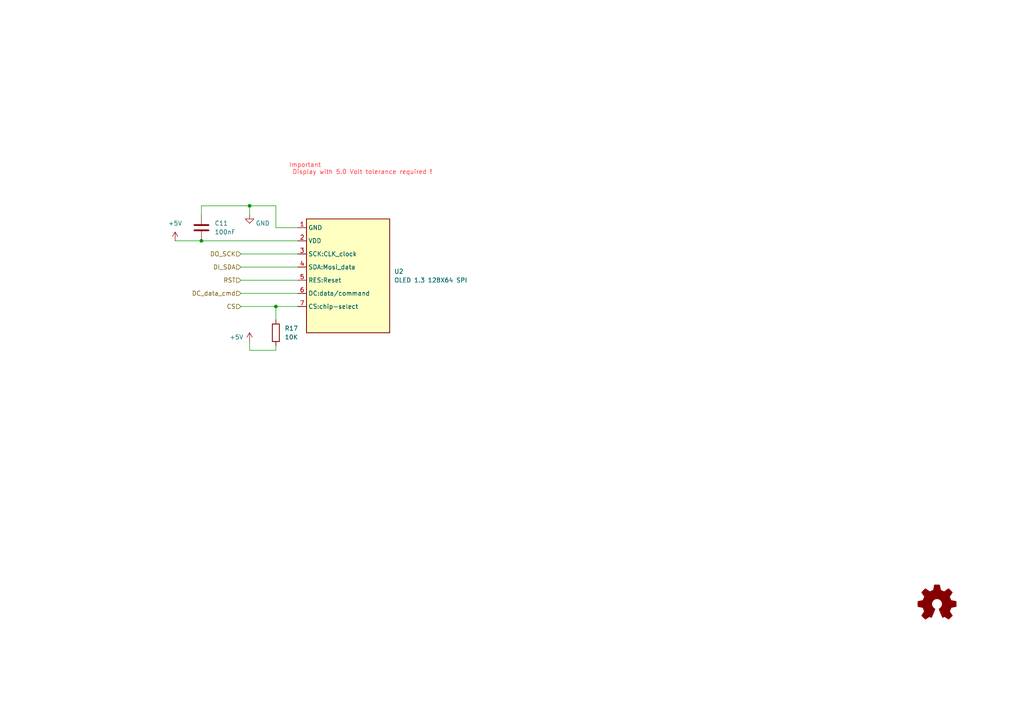
<source format=kicad_sch>
(kicad_sch (version 20230121) (generator eeschema)

  (uuid 004f0cff-dd88-473d-a573-d284b06ce13c)

  (paper "A4")

  (title_block
    (title "LesScope")
    (date "2025-03-20")
    (rev "1.1")
    (company "ImoogDi")
    (comment 1 "CC BY-NC-SA")
  )

  (lib_symbols
    (symbol "Device:R" (pin_numbers hide) (pin_names (offset 0)) (in_bom yes) (on_board yes)
      (property "Reference" "R" (at 2.032 0 90)
        (effects (font (size 1.27 1.27)))
      )
      (property "Value" "R" (at 0 0 90)
        (effects (font (size 1.27 1.27)))
      )
      (property "Footprint" "" (at -1.778 0 90)
        (effects (font (size 1.27 1.27)) hide)
      )
      (property "Datasheet" "~" (at 0 0 0)
        (effects (font (size 1.27 1.27)) hide)
      )
      (property "ki_keywords" "R res resistor" (at 0 0 0)
        (effects (font (size 1.27 1.27)) hide)
      )
      (property "ki_description" "Resistor" (at 0 0 0)
        (effects (font (size 1.27 1.27)) hide)
      )
      (property "ki_fp_filters" "R_*" (at 0 0 0)
        (effects (font (size 1.27 1.27)) hide)
      )
      (symbol "R_0_1"
        (rectangle (start -1.016 -2.54) (end 1.016 2.54)
          (stroke (width 0.254) (type default))
          (fill (type none))
        )
      )
      (symbol "R_1_1"
        (pin passive line (at 0 3.81 270) (length 1.27)
          (name "~" (effects (font (size 1.27 1.27))))
          (number "1" (effects (font (size 1.27 1.27))))
        )
        (pin passive line (at 0 -3.81 90) (length 1.27)
          (name "~" (effects (font (size 1.27 1.27))))
          (number "2" (effects (font (size 1.27 1.27))))
        )
      )
    )
    (symbol "Graphic:Logo_Open_Hardware_Small" (in_bom no) (on_board no)
      (property "Reference" "#SYM" (at 0 6.985 0)
        (effects (font (size 1.27 1.27)) hide)
      )
      (property "Value" "Logo_Open_Hardware_Small" (at 0 -5.715 0)
        (effects (font (size 1.27 1.27)) hide)
      )
      (property "Footprint" "" (at 0 0 0)
        (effects (font (size 1.27 1.27)) hide)
      )
      (property "Datasheet" "~" (at 0 0 0)
        (effects (font (size 1.27 1.27)) hide)
      )
      (property "Sim.Enable" "0" (at 0 0 0)
        (effects (font (size 1.27 1.27)) hide)
      )
      (property "ki_keywords" "Logo" (at 0 0 0)
        (effects (font (size 1.27 1.27)) hide)
      )
      (property "ki_description" "Open Hardware logo, small" (at 0 0 0)
        (effects (font (size 1.27 1.27)) hide)
      )
      (symbol "Logo_Open_Hardware_Small_0_1"
        (polyline
          (pts
            (xy 3.3528 -4.3434)
            (xy 3.302 -4.318)
            (xy 3.175 -4.2418)
            (xy 2.9972 -4.1148)
            (xy 2.7686 -3.9624)
            (xy 2.54 -3.81)
            (xy 2.3622 -3.7084)
            (xy 2.2352 -3.6068)
            (xy 2.1844 -3.5814)
            (xy 2.159 -3.6068)
            (xy 2.0574 -3.6576)
            (xy 1.905 -3.7338)
            (xy 1.8034 -3.7846)
            (xy 1.6764 -3.8354)
            (xy 1.6002 -3.8354)
            (xy 1.6002 -3.8354)
            (xy 1.5494 -3.7338)
            (xy 1.4732 -3.5306)
            (xy 1.3462 -3.302)
            (xy 1.2446 -3.0226)
            (xy 1.1176 -2.7178)
            (xy 0.9652 -2.413)
            (xy 0.8636 -2.1082)
            (xy 0.7366 -1.8288)
            (xy 0.6604 -1.6256)
            (xy 0.6096 -1.4732)
            (xy 0.5842 -1.397)
            (xy 0.5842 -1.397)
            (xy 0.6604 -1.3208)
            (xy 0.7874 -1.2446)
            (xy 1.0414 -1.016)
            (xy 1.2954 -0.6858)
            (xy 1.4478 -0.3302)
            (xy 1.524 0.0762)
            (xy 1.4732 0.4572)
            (xy 1.3208 0.8128)
            (xy 1.0668 1.143)
            (xy 0.762 1.3716)
            (xy 0.4064 1.524)
            (xy 0 1.5748)
            (xy -0.381 1.5494)
            (xy -0.7366 1.397)
            (xy -1.0668 1.143)
            (xy -1.2192 0.9906)
            (xy -1.397 0.6604)
            (xy -1.524 0.3048)
            (xy -1.524 0.2286)
            (xy -1.4986 -0.1778)
            (xy -1.397 -0.5334)
            (xy -1.1938 -0.8636)
            (xy -0.9144 -1.143)
            (xy -0.8636 -1.1684)
            (xy -0.7366 -1.27)
            (xy -0.635 -1.3462)
            (xy -0.5842 -1.397)
            (xy -1.0668 -2.5908)
            (xy -1.143 -2.794)
            (xy -1.2954 -3.1242)
            (xy -1.397 -3.4036)
            (xy -1.4986 -3.6322)
            (xy -1.5748 -3.7846)
            (xy -1.6002 -3.8354)
            (xy -1.6002 -3.8354)
            (xy -1.651 -3.8354)
            (xy -1.7272 -3.81)
            (xy -1.905 -3.7338)
            (xy -2.0066 -3.683)
            (xy -2.1336 -3.6068)
            (xy -2.2098 -3.5814)
            (xy -2.2606 -3.6068)
            (xy -2.3622 -3.683)
            (xy -2.54 -3.81)
            (xy -2.7686 -3.9624)
            (xy -2.9718 -4.0894)
            (xy -3.1496 -4.2164)
            (xy -3.302 -4.318)
            (xy -3.3528 -4.3434)
            (xy -3.3782 -4.3434)
            (xy -3.429 -4.318)
            (xy -3.5306 -4.2164)
            (xy -3.7084 -4.064)
            (xy -3.937 -3.8354)
            (xy -3.9624 -3.81)
            (xy -4.1656 -3.6068)
            (xy -4.318 -3.4544)
            (xy -4.4196 -3.3274)
            (xy -4.445 -3.2766)
            (xy -4.445 -3.2766)
            (xy -4.4196 -3.2258)
            (xy -4.318 -3.0734)
            (xy -4.2164 -2.8956)
            (xy -4.064 -2.667)
            (xy -3.6576 -2.0828)
            (xy -3.8862 -1.5494)
            (xy -3.937 -1.3716)
            (xy -4.0386 -1.1684)
            (xy -4.0894 -1.0414)
            (xy -4.1148 -0.9652)
            (xy -4.191 -0.9398)
            (xy -4.318 -0.9144)
            (xy -4.5466 -0.8636)
            (xy -4.8006 -0.8128)
            (xy -5.0546 -0.7874)
            (xy -5.2578 -0.7366)
            (xy -5.4356 -0.7112)
            (xy -5.5118 -0.6858)
            (xy -5.5118 -0.6858)
            (xy -5.5372 -0.635)
            (xy -5.5372 -0.5588)
            (xy -5.5372 -0.4318)
            (xy -5.5626 -0.2286)
            (xy -5.5626 0.0762)
            (xy -5.5626 0.127)
            (xy -5.5372 0.4064)
            (xy -5.5372 0.635)
            (xy -5.5372 0.762)
            (xy -5.5372 0.8382)
            (xy -5.5372 0.8382)
            (xy -5.461 0.8382)
            (xy -5.3086 0.889)
            (xy -5.08 0.9144)
            (xy -4.826 0.9652)
            (xy -4.8006 0.9906)
            (xy -4.5466 1.0414)
            (xy -4.318 1.0668)
            (xy -4.1656 1.1176)
            (xy -4.0894 1.143)
            (xy -4.0894 1.143)
            (xy -4.0386 1.2446)
            (xy -3.9624 1.4224)
            (xy -3.8608 1.6256)
            (xy -3.7846 1.8288)
            (xy -3.7084 2.0066)
            (xy -3.6576 2.159)
            (xy -3.6322 2.2098)
            (xy -3.6322 2.2098)
            (xy -3.683 2.286)
            (xy -3.7592 2.413)
            (xy -3.8862 2.5908)
            (xy -4.064 2.8194)
            (xy -4.064 2.8448)
            (xy -4.2164 3.0734)
            (xy -4.3434 3.2512)
            (xy -4.4196 3.3782)
            (xy -4.445 3.4544)
            (xy -4.445 3.4544)
            (xy -4.3942 3.5052)
            (xy -4.2926 3.6322)
            (xy -4.1148 3.81)
            (xy -3.937 4.0132)
            (xy -3.8608 4.064)
            (xy -3.6576 4.2926)
            (xy -3.5052 4.4196)
            (xy -3.4036 4.4958)
            (xy -3.3528 4.5212)
            (xy -3.3528 4.5212)
            (xy -3.302 4.4704)
            (xy -3.1496 4.3688)
            (xy -2.9718 4.2418)
            (xy -2.7432 4.0894)
            (xy -2.7178 4.0894)
            (xy -2.4892 3.937)
            (xy -2.3114 3.81)
            (xy -2.1844 3.7084)
            (xy -2.1336 3.683)
            (xy -2.1082 3.683)
            (xy -2.032 3.7084)
            (xy -1.8542 3.7592)
            (xy -1.6764 3.8354)
            (xy -1.4732 3.937)
            (xy -1.27 4.0132)
            (xy -1.143 4.064)
            (xy -1.0668 4.1148)
            (xy -1.0668 4.1148)
            (xy -1.0414 4.191)
            (xy -1.016 4.3434)
            (xy -0.9652 4.572)
            (xy -0.9144 4.8514)
            (xy -0.889 4.9022)
            (xy -0.8382 5.1562)
            (xy -0.8128 5.3848)
            (xy -0.7874 5.5372)
            (xy -0.762 5.588)
            (xy -0.7112 5.6134)
            (xy -0.5842 5.6134)
            (xy -0.4064 5.6134)
            (xy -0.1524 5.6134)
            (xy 0.0762 5.6134)
            (xy 0.3302 5.6134)
            (xy 0.5334 5.6134)
            (xy 0.6858 5.588)
            (xy 0.7366 5.588)
            (xy 0.7366 5.588)
            (xy 0.762 5.5118)
            (xy 0.8128 5.334)
            (xy 0.8382 5.1054)
            (xy 0.9144 4.826)
            (xy 0.9144 4.7752)
            (xy 0.9652 4.5212)
            (xy 1.016 4.2926)
            (xy 1.0414 4.1402)
            (xy 1.0668 4.0894)
            (xy 1.0668 4.0894)
            (xy 1.1938 4.0386)
            (xy 1.3716 3.9624)
            (xy 1.5748 3.8608)
            (xy 2.0828 3.6576)
            (xy 2.7178 4.0894)
            (xy 2.7686 4.1402)
            (xy 2.9972 4.2926)
            (xy 3.175 4.4196)
            (xy 3.302 4.4958)
            (xy 3.3782 4.5212)
            (xy 3.3782 4.5212)
            (xy 3.429 4.4704)
            (xy 3.556 4.3434)
            (xy 3.7338 4.191)
            (xy 3.9116 3.9878)
            (xy 4.064 3.8354)
            (xy 4.2418 3.6576)
            (xy 4.3434 3.556)
            (xy 4.4196 3.4798)
            (xy 4.4196 3.429)
            (xy 4.4196 3.4036)
            (xy 4.3942 3.3274)
            (xy 4.2926 3.2004)
            (xy 4.1656 2.9972)
            (xy 4.0132 2.794)
            (xy 3.8862 2.5908)
            (xy 3.7592 2.3876)
            (xy 3.6576 2.2352)
            (xy 3.6322 2.159)
            (xy 3.6322 2.1336)
            (xy 3.683 2.0066)
            (xy 3.7592 1.8288)
            (xy 3.8608 1.6002)
            (xy 4.064 1.1176)
            (xy 4.3942 1.0414)
            (xy 4.5974 1.016)
            (xy 4.8768 0.9652)
            (xy 5.1308 0.9144)
            (xy 5.5372 0.8382)
            (xy 5.5626 -0.6604)
            (xy 5.4864 -0.6858)
            (xy 5.4356 -0.6858)
            (xy 5.2832 -0.7366)
            (xy 5.0546 -0.762)
            (xy 4.8006 -0.8128)
            (xy 4.5974 -0.8636)
            (xy 4.3688 -0.9144)
            (xy 4.2164 -0.9398)
            (xy 4.1402 -0.9398)
            (xy 4.1148 -0.9652)
            (xy 4.064 -1.0668)
            (xy 3.9878 -1.2446)
            (xy 3.9116 -1.4478)
            (xy 3.81 -1.651)
            (xy 3.7338 -1.8542)
            (xy 3.683 -2.0066)
            (xy 3.6576 -2.0828)
            (xy 3.683 -2.1336)
            (xy 3.7846 -2.2606)
            (xy 3.8862 -2.4638)
            (xy 4.0386 -2.667)
            (xy 4.191 -2.8956)
            (xy 4.318 -3.0734)
            (xy 4.3942 -3.2004)
            (xy 4.445 -3.2766)
            (xy 4.4196 -3.3274)
            (xy 4.3434 -3.429)
            (xy 4.1656 -3.5814)
            (xy 3.937 -3.8354)
            (xy 3.8862 -3.8608)
            (xy 3.683 -4.064)
            (xy 3.5306 -4.2164)
            (xy 3.4036 -4.318)
            (xy 3.3528 -4.3434)
          )
          (stroke (width 0) (type default))
          (fill (type outline))
        )
      )
    )
    (symbol "Library:C" (pin_numbers hide) (pin_names (offset 0.254)) (in_bom yes) (on_board yes)
      (property "Reference" "C" (at 0.635 2.54 0)
        (effects (font (size 1.27 1.27)) (justify left))
      )
      (property "Value" "C" (at 0.635 -2.54 0)
        (effects (font (size 1.27 1.27)) (justify left))
      )
      (property "Footprint" "" (at 0.9652 -3.81 0)
        (effects (font (size 1.27 1.27)) hide)
      )
      (property "Datasheet" "~" (at 0 0 0)
        (effects (font (size 1.27 1.27)) hide)
      )
      (property "ki_keywords" "cap capacitor" (at 0 0 0)
        (effects (font (size 1.27 1.27)) hide)
      )
      (property "ki_description" "Unpolarized capacitor" (at 0 0 0)
        (effects (font (size 1.27 1.27)) hide)
      )
      (property "ki_fp_filters" "C_*" (at 0 0 0)
        (effects (font (size 1.27 1.27)) hide)
      )
      (symbol "C_0_1"
        (polyline
          (pts
            (xy -2.032 -0.762)
            (xy 2.032 -0.762)
          )
          (stroke (width 0.508) (type default))
          (fill (type none))
        )
        (polyline
          (pts
            (xy -2.032 0.762)
            (xy 2.032 0.762)
          )
          (stroke (width 0.508) (type default))
          (fill (type none))
        )
      )
      (symbol "C_1_1"
        (pin passive line (at 0 3.81 270) (length 2.794)
          (name "~" (effects (font (size 1.27 1.27))))
          (number "1" (effects (font (size 1.27 1.27))))
        )
        (pin passive line (at 0 -3.81 90) (length 2.794)
          (name "~" (effects (font (size 1.27 1.27))))
          (number "2" (effects (font (size 1.27 1.27))))
        )
      )
    )
    (symbol "MyLib:Display_OLED_128x64-SPI" (in_bom yes) (on_board yes)
      (property "Reference" "U" (at -12.7 19.05 0)
        (effects (font (size 1.27 1.27)))
      )
      (property "Value" "OLED 1.3 128X64 SPI" (at 19.05 19.05 0)
        (effects (font (size 1.27 1.27)))
      )
      (property "Footprint" "OLED 1.3 128X64 SPI" (at -1.27 -12.7 0)
        (effects (font (size 1.27 1.27)) hide)
      )
      (property "Datasheet" "" (at 0 0 0)
        (effects (font (size 1.27 1.27)) hide)
      )
      (property "ki_keywords" "display OLED graphic" (at 0 0 0)
        (effects (font (size 1.27 1.27)) hide)
      )
      (property "ki_description" "OLED 128X-64 Graphical Display 128x64 optional backlight SPI 3.0-5.0V" (at 0 0 0)
        (effects (font (size 1.27 1.27)) hide)
      )
      (property "ki_fp_filters" "EA*DOGL128*6*" (at 0 0 0)
        (effects (font (size 1.27 1.27)) hide)
      )
      (symbol "Display_OLED_128x64-SPI_1_1"
        (rectangle (start -12.7 17.78) (end 11.43 -15.24)
          (stroke (width 0.254) (type default))
          (fill (type background))
        )
        (pin power_in line (at -15.24 15.24 0) (length 2.54)
          (name "GND" (effects (font (size 1.27 1.27))))
          (number "1" (effects (font (size 1.27 1.27))))
        )
        (pin power_in line (at -15.24 11.43 0) (length 2.54)
          (name "VDD" (effects (font (size 1.27 1.27))))
          (number "2" (effects (font (size 1.27 1.27))))
        )
        (pin input line (at -15.24 7.62 0) (length 2.54)
          (name "SCK:CLK_clock" (effects (font (size 1.27 1.27))))
          (number "3" (effects (font (size 1.27 1.27))))
        )
        (pin input line (at -15.24 3.81 0) (length 2.54)
          (name "SDA:Mosi_data" (effects (font (size 1.27 1.27))))
          (number "4" (effects (font (size 1.27 1.27))))
        )
        (pin input line (at -15.24 0 0) (length 2.54)
          (name "RES:Reset" (effects (font (size 1.27 1.27))))
          (number "5" (effects (font (size 1.27 1.27))))
        )
        (pin passive line (at -15.24 -3.81 0) (length 2.54)
          (name "DC:data/command" (effects (font (size 1.27 1.27))))
          (number "6" (effects (font (size 1.27 1.27))))
        )
        (pin input line (at -15.24 -7.62 0) (length 2.54)
          (name "CS:chip-select" (effects (font (size 1.27 1.27))))
          (number "7" (effects (font (size 1.27 1.27))))
        )
      )
    )
    (symbol "power:+5V" (power) (pin_names (offset 0)) (in_bom yes) (on_board yes)
      (property "Reference" "#PWR" (at 0 -3.81 0)
        (effects (font (size 1.27 1.27)) hide)
      )
      (property "Value" "+5V" (at 0 3.556 0)
        (effects (font (size 1.27 1.27)))
      )
      (property "Footprint" "" (at 0 0 0)
        (effects (font (size 1.27 1.27)) hide)
      )
      (property "Datasheet" "" (at 0 0 0)
        (effects (font (size 1.27 1.27)) hide)
      )
      (property "ki_keywords" "global power" (at 0 0 0)
        (effects (font (size 1.27 1.27)) hide)
      )
      (property "ki_description" "Power symbol creates a global label with name \"+5V\"" (at 0 0 0)
        (effects (font (size 1.27 1.27)) hide)
      )
      (symbol "+5V_0_1"
        (polyline
          (pts
            (xy -0.762 1.27)
            (xy 0 2.54)
          )
          (stroke (width 0) (type default))
          (fill (type none))
        )
        (polyline
          (pts
            (xy 0 0)
            (xy 0 2.54)
          )
          (stroke (width 0) (type default))
          (fill (type none))
        )
        (polyline
          (pts
            (xy 0 2.54)
            (xy 0.762 1.27)
          )
          (stroke (width 0) (type default))
          (fill (type none))
        )
      )
      (symbol "+5V_1_1"
        (pin power_in line (at 0 0 90) (length 0) hide
          (name "+5V" (effects (font (size 1.27 1.27))))
          (number "1" (effects (font (size 1.27 1.27))))
        )
      )
    )
    (symbol "power:GND" (power) (pin_names (offset 0)) (in_bom yes) (on_board yes)
      (property "Reference" "#PWR" (at 0 -6.35 0)
        (effects (font (size 1.27 1.27)) hide)
      )
      (property "Value" "GND" (at 0 -3.81 0)
        (effects (font (size 1.27 1.27)))
      )
      (property "Footprint" "" (at 0 0 0)
        (effects (font (size 1.27 1.27)) hide)
      )
      (property "Datasheet" "" (at 0 0 0)
        (effects (font (size 1.27 1.27)) hide)
      )
      (property "ki_keywords" "global power" (at 0 0 0)
        (effects (font (size 1.27 1.27)) hide)
      )
      (property "ki_description" "Power symbol creates a global label with name \"GND\" , ground" (at 0 0 0)
        (effects (font (size 1.27 1.27)) hide)
      )
      (symbol "GND_0_1"
        (polyline
          (pts
            (xy 0 0)
            (xy 0 -1.27)
            (xy 1.27 -1.27)
            (xy 0 -2.54)
            (xy -1.27 -1.27)
            (xy 0 -1.27)
          )
          (stroke (width 0) (type default))
          (fill (type none))
        )
      )
      (symbol "GND_1_1"
        (pin power_in line (at 0 0 270) (length 0) hide
          (name "GND" (effects (font (size 1.27 1.27))))
          (number "1" (effects (font (size 1.27 1.27))))
        )
      )
    )
  )

  (junction (at 80.01 88.9) (diameter 0) (color 0 0 0 0)
    (uuid a157f62d-f34f-4184-adbb-04f7535d8ae9)
  )
  (junction (at 72.39 59.69) (diameter 0) (color 0 0 0 0)
    (uuid a367b356-9a2e-42b9-8621-bdf208fb3681)
  )
  (junction (at 58.42 69.85) (diameter 0) (color 0 0 0 0)
    (uuid c28e572a-4b3a-4f51-9bb1-87a4017d9509)
  )

  (wire (pts (xy 80.01 101.6) (xy 80.01 100.33))
    (stroke (width 0) (type default))
    (uuid 04f0003d-b487-4e79-8d6b-8aaf93c23137)
  )
  (wire (pts (xy 69.85 81.28) (xy 86.36 81.28))
    (stroke (width 0) (type default))
    (uuid 2c8eef08-f912-4b03-97f6-bed644de78a1)
  )
  (wire (pts (xy 80.01 66.04) (xy 86.36 66.04))
    (stroke (width 0) (type default))
    (uuid 355fa2d8-d9f0-45cf-8174-b243805108c7)
  )
  (wire (pts (xy 69.85 77.47) (xy 86.36 77.47))
    (stroke (width 0) (type default))
    (uuid 53c9f2f2-7dbd-4965-bfb8-300ee491e44f)
  )
  (wire (pts (xy 72.39 62.23) (xy 72.39 59.69))
    (stroke (width 0) (type default))
    (uuid 5a6b41e9-ef02-4592-9ca8-052986e997e6)
  )
  (wire (pts (xy 69.85 73.66) (xy 86.36 73.66))
    (stroke (width 0) (type default))
    (uuid 5e680928-2524-4132-8152-f82979236a00)
  )
  (wire (pts (xy 58.42 69.85) (xy 86.36 69.85))
    (stroke (width 0) (type default))
    (uuid 6a92b3b1-d4e0-417a-812e-245ae00a8e43)
  )
  (wire (pts (xy 58.42 59.69) (xy 72.39 59.69))
    (stroke (width 0) (type default))
    (uuid 6c21c7c1-6b9f-4c2a-979a-ecc570e189c8)
  )
  (wire (pts (xy 72.39 101.6) (xy 80.01 101.6))
    (stroke (width 0) (type default))
    (uuid 83ec7d83-3186-42ff-9617-c61d3e914959)
  )
  (wire (pts (xy 80.01 88.9) (xy 80.01 92.71))
    (stroke (width 0) (type default))
    (uuid 8637e047-8bea-47c2-bb4b-da24a02ef5db)
  )
  (wire (pts (xy 50.8 69.85) (xy 58.42 69.85))
    (stroke (width 0) (type default))
    (uuid 8cb62981-2764-4c60-89c6-3cbc42b39af4)
  )
  (wire (pts (xy 72.39 59.69) (xy 80.01 59.69))
    (stroke (width 0) (type default))
    (uuid aa5f392e-674c-4a5d-a917-c49b46d407b2)
  )
  (wire (pts (xy 69.85 88.9) (xy 80.01 88.9))
    (stroke (width 0) (type default))
    (uuid ae89d237-787c-434b-9d14-5b4938c71480)
  )
  (wire (pts (xy 69.85 85.09) (xy 86.36 85.09))
    (stroke (width 0) (type default))
    (uuid d3d2882e-05c7-4f6f-9f8a-b1ca6b712b07)
  )
  (wire (pts (xy 72.39 99.06) (xy 72.39 101.6))
    (stroke (width 0) (type default))
    (uuid d7686347-052f-4098-acce-494cda66debb)
  )
  (wire (pts (xy 58.42 62.23) (xy 58.42 59.69))
    (stroke (width 0) (type default))
    (uuid df233c50-2e96-48fd-9e55-eaf2487fd37d)
  )
  (wire (pts (xy 80.01 88.9) (xy 86.36 88.9))
    (stroke (width 0) (type default))
    (uuid e3a4d6b5-2a59-4e97-b0b8-a3c1c61cf8b3)
  )
  (wire (pts (xy 80.01 59.69) (xy 80.01 66.04))
    (stroke (width 0) (type default))
    (uuid ec1ba23d-8c92-4f51-99de-69fc8624b285)
  )

  (text "Important\n Display with 5.0 Volt tolerance required !"
    (at 83.82 50.8 0)
    (effects (font (size 1.27 1.27) (color 255 54 61 1)) (justify left bottom))
    (uuid f6e2d302-b82c-47f6-a270-60b0c5e2976b)
  )

  (hierarchical_label "DC_data_cmd" (shape input) (at 69.85 85.09 180) (fields_autoplaced)
    (effects (font (size 1.27 1.27)) (justify right))
    (uuid 2746ef67-2f4a-41ec-bf6f-238a7f694482)
  )
  (hierarchical_label "DO_SCK" (shape input) (at 69.85 73.66 180) (fields_autoplaced)
    (effects (font (size 1.27 1.27)) (justify right))
    (uuid 5e38f435-42ce-476f-b691-af82b2a1b445)
  )
  (hierarchical_label "RST" (shape input) (at 69.85 81.28 180) (fields_autoplaced)
    (effects (font (size 1.27 1.27)) (justify right))
    (uuid 781da525-eb92-420a-b71b-bc6e5315afd3)
  )
  (hierarchical_label "DI_SDA" (shape input) (at 69.85 77.47 180) (fields_autoplaced)
    (effects (font (size 1.27 1.27)) (justify right))
    (uuid f5bf6bd9-af3e-484d-a665-d72f90963275)
  )
  (hierarchical_label "CS" (shape input) (at 69.85 88.9 180) (fields_autoplaced)
    (effects (font (size 1.27 1.27)) (justify right))
    (uuid fe5042a0-6c7c-4b52-b875-bb575b9065c5)
  )

  (symbol (lib_id "Library:C") (at 58.42 66.04 0) (unit 1)
    (in_bom yes) (on_board yes) (dnp no) (fields_autoplaced)
    (uuid 11a75adb-083f-4cea-9e6a-2394c5640a13)
    (property "Reference" "C11" (at 62.23 64.77 0)
      (effects (font (size 1.27 1.27)) (justify left))
    )
    (property "Value" "100nF" (at 62.23 67.31 0)
      (effects (font (size 1.27 1.27)) (justify left))
    )
    (property "Footprint" "Capacitor_THT:C_Disc_D3.0mm_W1.6mm_P2.50mm" (at 59.3852 69.85 0)
      (effects (font (size 1.27 1.27)) hide)
    )
    (property "Datasheet" "~" (at 58.42 66.04 0)
      (effects (font (size 1.27 1.27)) hide)
    )
    (pin "2" (uuid 0a38e480-c488-4231-bbb6-4e384457c1f1))
    (pin "1" (uuid dff1a9c2-2d9c-4845-9565-bc9f36de4ec8))
    (instances
      (project "2MoreVO"
        (path "/7f4ad635-7798-4811-9504-264912179fa8/47676206-afab-4329-a14a-86427698d55b"
          (reference "C11") (unit 1)
        )
      )
      (project "LesScope"
        (path "/8afbb998-7d16-4281-9dd9-09fb779c43d4/a58b06a3-b348-4449-a54e-43011ac017d3"
          (reference "C14") (unit 1)
        )
        (path "/8afbb998-7d16-4281-9dd9-09fb779c43d4/2e9d1ae7-8d82-44d6-aaf9-bb8ee69cb7e9"
          (reference "C14") (unit 1)
        )
      )
      (project "2MoreVO_Motherboard_test"
        (path "/a3a69d0b-0aae-47cd-87f6-ad3f11131d3d"
          (reference "C5") (unit 1)
        )
      )
    )
  )

  (symbol (lib_id "MyLib:Display_OLED_128x64-SPI") (at 101.6 81.28 0) (unit 1)
    (in_bom yes) (on_board yes) (dnp no) (fields_autoplaced)
    (uuid 2238e03b-0812-4297-8dd7-3181fb92a632)
    (property "Reference" "U2" (at 114.3 78.74 0)
      (effects (font (size 1.27 1.27)) (justify left))
    )
    (property "Value" "OLED 1.3 128X64 SPI" (at 114.3 81.28 0)
      (effects (font (size 1.27 1.27)) (justify left))
    )
    (property "Footprint" "Display:DisplayModule_DM_OLED13" (at 100.33 93.98 0)
      (effects (font (size 1.27 1.27)) hide)
    )
    (property "Datasheet" "" (at 101.6 81.28 0)
      (effects (font (size 1.27 1.27)) hide)
    )
    (pin "3" (uuid 617a570b-acfd-4588-bee2-99a799af8567))
    (pin "1" (uuid 741bb69f-0c52-4910-86d9-2b354a3000d9))
    (pin "6" (uuid c724bb45-aa63-4853-80c8-3fa0a3997a63))
    (pin "4" (uuid 6c29baaf-e912-4877-8e8a-3f8e41c30b64))
    (pin "2" (uuid 000a3b49-a826-4a07-8a1a-e8f0f74bcb10))
    (pin "5" (uuid 9d90cc53-7cba-475e-aa2a-ea54961a245b))
    (pin "7" (uuid 73664c9f-889e-4e5d-84f7-aa9aa77712ad))
    (instances
      (project "LesScope"
        (path "/8afbb998-7d16-4281-9dd9-09fb779c43d4/2e9d1ae7-8d82-44d6-aaf9-bb8ee69cb7e9"
          (reference "U2") (unit 1)
        )
      )
    )
  )

  (symbol (lib_id "power:+5V") (at 72.39 99.06 0) (unit 1)
    (in_bom yes) (on_board yes) (dnp no)
    (uuid 5f1f646b-6f28-476f-af6b-ac12f45a146f)
    (property "Reference" "#PWR028" (at 72.39 102.87 0)
      (effects (font (size 1.27 1.27)) hide)
    )
    (property "Value" "+5V" (at 68.58 97.79 0)
      (effects (font (size 1.27 1.27)))
    )
    (property "Footprint" "" (at 72.39 99.06 0)
      (effects (font (size 1.27 1.27)) hide)
    )
    (property "Datasheet" "" (at 72.39 99.06 0)
      (effects (font (size 1.27 1.27)) hide)
    )
    (pin "1" (uuid 92353b5e-e339-4ac4-936f-20f9f15b560d))
    (instances
      (project "LesScope"
        (path "/8afbb998-7d16-4281-9dd9-09fb779c43d4/2e9d1ae7-8d82-44d6-aaf9-bb8ee69cb7e9"
          (reference "#PWR028") (unit 1)
        )
      )
    )
  )

  (symbol (lib_id "Graphic:Logo_Open_Hardware_Small") (at 271.78 175.26 0) (unit 1)
    (in_bom no) (on_board no) (dnp no) (fields_autoplaced)
    (uuid a95767ec-33bc-41a9-a734-f199959d698b)
    (property "Reference" "#SYM1" (at 271.78 168.275 0)
      (effects (font (size 1.27 1.27)) hide)
    )
    (property "Value" "Logo_Open_Hardware_Small" (at 271.78 180.975 0)
      (effects (font (size 1.27 1.27)) hide)
    )
    (property "Footprint" "" (at 271.78 175.26 0)
      (effects (font (size 1.27 1.27)) hide)
    )
    (property "Datasheet" "~" (at 271.78 175.26 0)
      (effects (font (size 1.27 1.27)) hide)
    )
    (property "Sim.Enable" "0" (at 271.78 175.26 0)
      (effects (font (size 1.27 1.27)) hide)
    )
    (instances
      (project "LesScope"
        (path "/8afbb998-7d16-4281-9dd9-09fb779c43d4/b8db8617-cc95-40d1-bc8b-68c75cdd91fa"
          (reference "#SYM1") (unit 1)
        )
        (path "/8afbb998-7d16-4281-9dd9-09fb779c43d4/2e9d1ae7-8d82-44d6-aaf9-bb8ee69cb7e9"
          (reference "#SYM6") (unit 1)
        )
      )
    )
  )

  (symbol (lib_id "Device:R") (at 80.01 96.52 180) (unit 1)
    (in_bom yes) (on_board yes) (dnp no) (fields_autoplaced)
    (uuid c0980d1e-8225-4c70-9d39-7f9d95cd5ce9)
    (property "Reference" "R17" (at 82.55 95.25 0)
      (effects (font (size 1.27 1.27)) (justify right))
    )
    (property "Value" "10K" (at 82.55 97.79 0)
      (effects (font (size 1.27 1.27)) (justify right))
    )
    (property "Footprint" "Resistor_THT:R_Axial_DIN0204_L3.6mm_D1.6mm_P7.62mm_Horizontal" (at 81.788 96.52 90)
      (effects (font (size 1.27 1.27)) hide)
    )
    (property "Datasheet" "~" (at 80.01 96.52 0)
      (effects (font (size 1.27 1.27)) hide)
    )
    (pin "1" (uuid d4e7ac52-7b1f-490d-9471-2dc85d7d0966))
    (pin "2" (uuid 1ea77878-7d9c-450d-95a5-2bbb601dafec))
    (instances
      (project "LesScope"
        (path "/8afbb998-7d16-4281-9dd9-09fb779c43d4/7ece734a-f1c4-44ad-8ccb-a25d3c268fc5"
          (reference "R17") (unit 1)
        )
        (path "/8afbb998-7d16-4281-9dd9-09fb779c43d4/2e9d1ae7-8d82-44d6-aaf9-bb8ee69cb7e9"
          (reference "R18") (unit 1)
        )
      )
    )
  )

  (symbol (lib_id "power:+5V") (at 50.8 69.85 0) (unit 1)
    (in_bom yes) (on_board yes) (dnp no) (fields_autoplaced)
    (uuid e62b53bc-9f92-407f-99a0-f474c614b48f)
    (property "Reference" "#PWR026" (at 50.8 73.66 0)
      (effects (font (size 1.27 1.27)) hide)
    )
    (property "Value" "+5V" (at 50.8 64.77 0)
      (effects (font (size 1.27 1.27)))
    )
    (property "Footprint" "" (at 50.8 69.85 0)
      (effects (font (size 1.27 1.27)) hide)
    )
    (property "Datasheet" "" (at 50.8 69.85 0)
      (effects (font (size 1.27 1.27)) hide)
    )
    (pin "1" (uuid 75d70997-8b26-4864-961d-a560506b8500))
    (instances
      (project "LesScope"
        (path "/8afbb998-7d16-4281-9dd9-09fb779c43d4/2e9d1ae7-8d82-44d6-aaf9-bb8ee69cb7e9"
          (reference "#PWR026") (unit 1)
        )
      )
    )
  )

  (symbol (lib_id "power:GND") (at 72.39 62.23 0) (unit 1)
    (in_bom yes) (on_board yes) (dnp no)
    (uuid f01b7722-8e5f-44ea-b2d5-00c541fcbc56)
    (property "Reference" "#PWR027" (at 72.39 68.58 0)
      (effects (font (size 1.27 1.27)) hide)
    )
    (property "Value" "GND" (at 76.2 64.77 0)
      (effects (font (size 1.27 1.27)))
    )
    (property "Footprint" "" (at 72.39 62.23 0)
      (effects (font (size 1.27 1.27)) hide)
    )
    (property "Datasheet" "" (at 72.39 62.23 0)
      (effects (font (size 1.27 1.27)) hide)
    )
    (pin "1" (uuid ae5890b6-d7fe-4233-9258-dc68ffc6990c))
    (instances
      (project "LesScope"
        (path "/8afbb998-7d16-4281-9dd9-09fb779c43d4/2e9d1ae7-8d82-44d6-aaf9-bb8ee69cb7e9"
          (reference "#PWR027") (unit 1)
        )
      )
    )
  )
)

</source>
